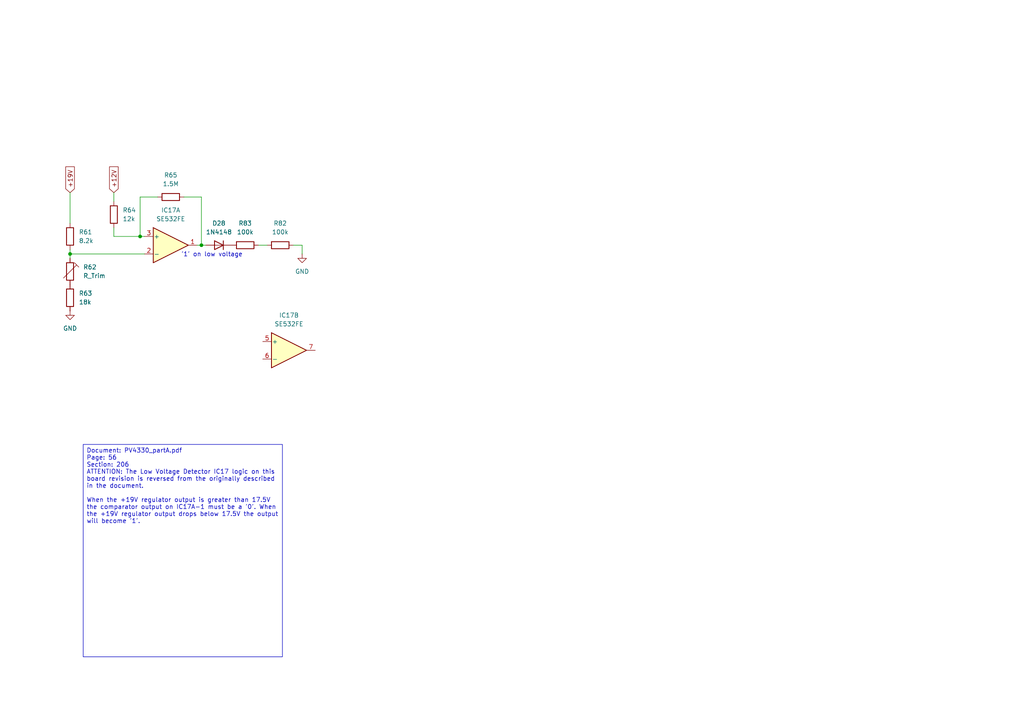
<source format=kicad_sch>
(kicad_sch (version 20231120) (generator "eeschema") (generator_version "8.0")
  (paper "A4")
  (title_block (title "Module 3"))
  (lib_symbols
    (symbol "Amplifier_Operational:LM358" (pin_names (offset 0.127))
      (property "Reference" "U" (at 0 5.08 0))
      (property "Value" "LM358" (at 0 -5.08 0))
      (symbol "LM358_1_1"
        (polyline (pts (xy -5.08 5.08) (xy 5.08 0) (xy -5.08 -5.08) (xy -5.08 5.08)) (stroke (width 0.254)) (fill (type background)))
        (pin output line (at 7.62 0 180) (length 2.54) (name "~") (number "1"))
        (pin input line (at -7.62 -2.54 0) (length 2.54) (name "-") (number "2"))
        (pin input line (at -7.62 2.54 0) (length 2.54) (name "+") (number "3"))
      )
      (symbol "LM358_2_1"
        (polyline (pts (xy -5.08 5.08) (xy 5.08 0) (xy -5.08 -5.08) (xy -5.08 5.08)) (stroke (width 0.254)) (fill (type background)))
        (pin input line (at -7.62 2.54 0) (length 2.54) (name "+") (number "5"))
        (pin input line (at -7.62 -2.54 0) (length 2.54) (name "-") (number "6"))
        (pin output line (at 7.62 0 180) (length 2.54) (name "~") (number "7"))
      )
      (symbol "LM358_3_1"
        (pin power_in line (at -2.54 -7.62 90) (length 3.81) (name "V-") (number "4"))
        (pin power_in line (at -2.54 7.62 270) (length 3.81) (name "V+") (number "8"))
      )
    )
    (symbol "Device:R" (pin_numbers hide) (pin_names (offset 0))
      (property "Reference" "R" (at 2.032 0 90))
      (property "Value" "R" (at 0 0 90))
      (symbol "R_0_1"
        (rectangle (start -1.016 -2.54) (end 1.016 2.54) (stroke (width 0.254)))
      )
      (symbol "R_1_1"
        (pin passive line (at 0 3.81 270) (length 1.27) (name "~") (number "1"))
        (pin passive line (at 0 -3.81 90) (length 1.27) (name "~") (number "2"))
      )
    )
    (symbol "Device:R_Trim" (pin_numbers hide) (pin_names (offset 0))
      (property "Reference" "R" (at 2.54 -2.54 90))
      (property "Value" "R_Trim" (at -2.54 -0.635 90))
      (symbol "R_Trim_0_1"
        (rectangle (start -1.016 -2.54) (end 1.016 2.54) (stroke (width 0.254)))
        (polyline (pts (xy -1.905 -1.905) (xy 1.905 1.905) (xy 2.54 1.27) (xy 1.27 2.54)))
      )
      (symbol "R_Trim_1_1"
        (pin passive line (at 0 3.81 270) (length 1.27) (name "~") (number "1"))
        (pin passive line (at 0 -3.81 90) (length 1.27) (name "~") (number "2"))
      )
    )
    (symbol "Diode:1N4148" (pin_numbers hide) (pin_names hide)
      (property "Reference" "D" (at 0 2.54 0))
      (property "Value" "1N4148" (at 0 -2.54 0))
      (symbol "1N4148_0_1"
        (polyline (pts (xy -1.27 1.27) (xy -1.27 -1.27)) (stroke (width 0.254)))
        (polyline (pts (xy 1.27 0) (xy -1.27 0)))
        (polyline (pts (xy 1.27 1.27) (xy 1.27 -1.27) (xy -1.27 0) (xy 1.27 1.27)) (stroke (width 0.254)))
      )
      (symbol "1N4148_1_1"
        (pin passive line (at -3.81 0 0) (length 2.54) (name "K") (number "1"))
        (pin passive line (at 3.81 0 180) (length 2.54) (name "A") (number "2"))
      )
    )
    (symbol "power:GND" (power) (pin_numbers hide) (pin_names (offset 0) hide)
      (property "Value" "GND" (at 0 -3.81 0))
      (symbol "GND_0_1"
        (polyline (pts (xy 0 0) (xy 0 -1.27) (xy 1.27 -1.27) (xy 0 -2.54) (xy -1.27 -1.27) (xy 0 -1.27)))
      )
      (symbol "GND_1_1"
        (pin power_in line (at 0 0 270) (length 0) (name "~") (number "1"))
      )
    )
  )
  (junction (at 20.32 73.66))
  (junction (at 58.42 71.12))
  (junction (at 40.64 68.58))
  (wire (pts (xy 58.42 57.15) (xy 58.42 71.12)))
  (wire (pts (xy 58.42 71.12) (xy 59.69 71.12)))
  (wire (pts (xy 33.02 55.88) (xy 33.02 58.42)))
  (wire (pts (xy 77.47 71.12) (xy 74.93 71.12)))
  (wire (pts (xy 33.02 66.04) (xy 33.02 68.58)))
  (wire (pts (xy 20.32 72.39) (xy 20.32 73.66)))
  (wire (pts (xy 20.32 55.88) (xy 20.32 64.77)))
  (wire (pts (xy 45.72 57.15) (xy 40.64 57.15)))
  (wire (pts (xy 58.42 71.12) (xy 57.15 71.12)))
  (wire (pts (xy 85.09 71.12) (xy 87.63 71.12)))
  (wire (pts (xy 33.02 68.58) (xy 40.64 68.58)))
  (wire (pts (xy 20.32 73.66) (xy 20.32 74.93)))
  (wire (pts (xy 40.64 68.58) (xy 41.91 68.58)))
  (wire (pts (xy 87.63 71.12) (xy 87.63 73.66)))
  (wire (pts (xy 53.34 57.15) (xy 58.42 57.15)))
  (wire (pts (xy 40.64 57.15) (xy 40.64 68.58)))
  (wire (pts (xy 20.32 73.66) (xy 41.91 73.66)))
  (text_box "Document: PV4330_partA.pdf\nPage: 56\nSection: 206\nATTENTION: The Low Voltage Detector IC17 logic on this board revision is reversed from the originally described in the document.\n\nWhen the +19V regulator output is greater than 17.5V the comparator output on IC17A-1 must be a '0'. When the +19V regulator output drops below 17.5V the output will become '1'." (exclude_from_sim yes) (at 24.13 128.905 0) (size 57.785 61.595) (effects (font (size 1.27 1.27)) (justify left top)))
  (text "'1' on low voltage" (exclude_from_sim yes) (at 61.468 73.914 0) (effects (font (size 1.27 1.27))))
  (global_label "+12V" (shape input) (at 33.02 55.88 90) (property "Intersheetrefs" "${INTERSHEET_REFS}" (effects (hide yes))))
  (global_label "+19V" (shape input) (at 20.32 55.88 90) (property "Intersheetrefs" "${INTERSHEET_REFS}" (effects (hide yes))))
  (symbol (lib_id "power:GND") (at 87.63 73.66 0) (unit 1)
    (property "Reference" "#PWR09" (effects (hide yes)))
    (property "Value" "GND" (at 87.63 78.74 0))
    (property "Description" "Power symbol creates a global label with name \"GND\" , ground" (effects (hide yes)))
  )
  (symbol (lib_id "Device:R") (at 33.02 62.23 0) (unit 1)
    (property "Reference" "R64" (at 35.56 60.9599 0) (effects (justify left)))
    (property "Value" "12k" (at 35.56 63.4999 0) (effects (justify left)))
    (property "Description" "Resistor" (effects (hide yes)))
  )
  (symbol (lib_id "Device:R_Trim") (at 20.32 78.74 0) (unit 1)
    (property "Reference" "R62" (at 24.13 77.4699 0) (effects (justify left)))
    (property "Value" "R_Trim" (at 24.13 80.0099 0) (effects (justify left)))
    (property "Description" "Trimmable resistor (preset resistor)" (effects (hide yes)))
  )
  (symbol (lib_id "Device:R") (at 20.32 68.58 0) (unit 1)
    (property "Reference" "R61" (at 22.86 67.3099 0) (effects (justify left)))
    (property "Value" "8.2k" (at 22.86 69.8499 0) (effects (justify left)))
    (property "Description" "Resistor" (effects (hide yes)))
  )
  (symbol (lib_id "Device:R") (at 49.53 57.15 90) (unit 1)
    (property "Reference" "R65" (at 49.53 50.8 90))
    (property "Value" "1.5M" (at 49.53 53.34 90))
    (property "Description" "Resistor" (effects (hide yes)))
  )
  (symbol (lib_id "Device:R") (at 81.28 71.12 90) (unit 1)
    (property "Reference" "R82" (at 81.28 64.77 90))
    (property "Value" "100k" (at 81.28 67.31 90))
    (property "Description" "Resistor" (effects (hide yes)))
  )
  (symbol (lib_id "Amplifier_Operational:LM358") (at 83.82 101.6 0) (unit 2)
    (property "Reference" "IC17" (at 83.82 91.44 0))
    (property "Value" "SE532FE" (at 83.82 93.98 0))
    (property "Datasheet" "http://www.ti.com/lit/ds/symlink/lm2904-n.pdf" (effects (hide yes)))
    (property "Description" "Low-Power, Dual Operational Amplifiers, DIP-8/SOIC-8/TO-99-8" (effects (hide yes)))
  )
  (symbol (lib_id "Device:R") (at 20.32 86.36 0) (unit 1)
    (property "Reference" "R63" (at 22.86 85.0899 0) (effects (justify left)))
    (property "Value" "18k" (at 22.86 87.6299 0) (effects (justify left)))
    (property "Description" "Resistor" (effects (hide yes)))
  )
  (symbol (lib_id "power:GND") (at 20.32 90.17 0) (unit 1)
    (property "Reference" "#PWR08" (effects (hide yes)))
    (property "Value" "GND" (at 20.32 95.25 0))
    (property "Description" "Power symbol creates a global label with name \"GND\" , ground" (effects (hide yes)))
  )
  (symbol (lib_id "Diode:1N4148") (at 63.5 71.12 0) (mirror y) (unit 1)
    (property "Reference" "D28" (at 63.5 64.77 0))
    (property "Value" "1N4148" (at 63.5 67.31 0))
    (property "Footprint" "Diode_THT:D_DO-35_SOD27_P7.62mm_Horizontal" (effects (hide yes)))
    (property "Datasheet" "https://assets.nexperia.com/documents/data-sheet/1N4148_1N4448.pdf" (effects (hide yes)))
    (property "Description" "100V 0.15A standard switching diode, DO-35" (effects (hide yes)))
    (property "Sim.Device" "D" (effects (hide yes)))
    (property "Sim.Pins" "1=K 2=A" (effects (hide yes)))
  )
  (symbol (lib_id "Amplifier_Operational:LM358") (at 49.53 71.12 0) (unit 1)
    (property "Reference" "IC17" (at 49.53 60.96 0))
    (property "Value" "SE532FE" (at 49.53 63.5 0))
    (property "Datasheet" "http://www.ti.com/lit/ds/symlink/lm2904-n.pdf" (effects (hide yes)))
    (property "Description" "Low-Power, Dual Operational Amplifiers, DIP-8/SOIC-8/TO-99-8" (effects (hide yes)))
  )
  (symbol (lib_id "Device:R") (at 71.12 71.12 90) (unit 1)
    (property "Reference" "R83" (at 71.12 64.77 90))
    (property "Value" "100k" (at 71.12 67.31 90))
    (property "Description" "Resistor" (effects (hide yes)))
  )
)
</source>
